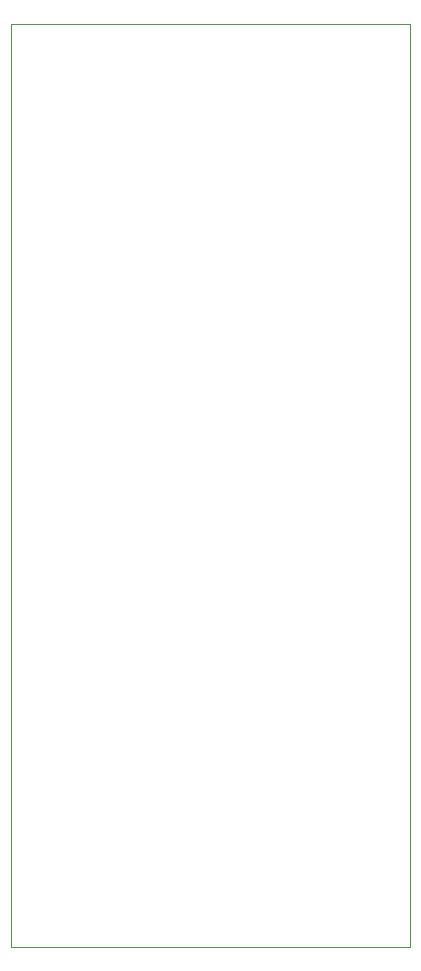
<source format=gbr>
%TF.GenerationSoftware,KiCad,Pcbnew,(6.0.0-0)*%
%TF.CreationDate,2022-10-23T16:11:07-04:00*%
%TF.ProjectId,HDMI_PICO,48444d49-5f50-4494-934f-2e6b69636164,rev?*%
%TF.SameCoordinates,Original*%
%TF.FileFunction,Profile,NP*%
%FSLAX46Y46*%
G04 Gerber Fmt 4.6, Leading zero omitted, Abs format (unit mm)*
G04 Created by KiCad (PCBNEW (6.0.0-0)) date 2022-10-23 16:11:07*
%MOMM*%
%LPD*%
G01*
G04 APERTURE LIST*
%TA.AperFunction,Profile*%
%ADD10C,0.100000*%
%TD*%
G04 APERTURE END LIST*
D10*
X170000000Y-59950000D02*
X203850000Y-59950000D01*
X203850000Y-59950000D02*
X203850000Y-138150000D01*
X203850000Y-138150000D02*
X170000000Y-138150000D01*
X170000000Y-138150000D02*
X170000000Y-59950000D01*
M02*

</source>
